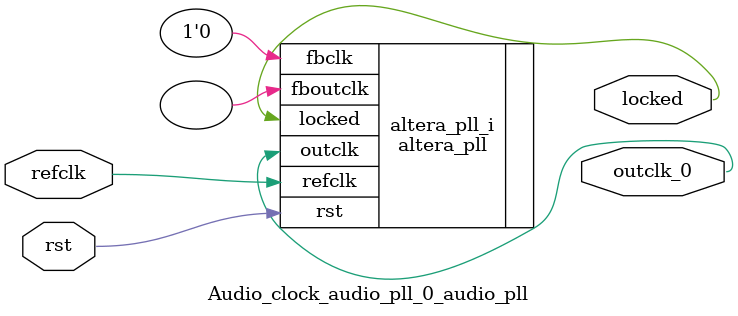
<source format=v>
`timescale 1ns/10ps
module  Audio_clock_audio_pll_0_audio_pll(

	// interface 'refclk'
	input wire refclk,

	// interface 'reset'
	input wire rst,

	// interface 'outclk0'
	output wire outclk_0,

	// interface 'locked'
	output wire locked
);

	altera_pll #(
		.fractional_vco_multiplier("false"),
		.reference_clock_frequency("50.0 MHz"),
		.operation_mode("direct"),
		.number_of_clocks(1),
		.output_clock_frequency0("12.288135 MHz"),
		.phase_shift0("0 ps"),
		.duty_cycle0(50),
		.output_clock_frequency1("0 MHz"),
		.phase_shift1("0 ps"),
		.duty_cycle1(50),
		.output_clock_frequency2("0 MHz"),
		.phase_shift2("0 ps"),
		.duty_cycle2(50),
		.output_clock_frequency3("0 MHz"),
		.phase_shift3("0 ps"),
		.duty_cycle3(50),
		.output_clock_frequency4("0 MHz"),
		.phase_shift4("0 ps"),
		.duty_cycle4(50),
		.output_clock_frequency5("0 MHz"),
		.phase_shift5("0 ps"),
		.duty_cycle5(50),
		.output_clock_frequency6("0 MHz"),
		.phase_shift6("0 ps"),
		.duty_cycle6(50),
		.output_clock_frequency7("0 MHz"),
		.phase_shift7("0 ps"),
		.duty_cycle7(50),
		.output_clock_frequency8("0 MHz"),
		.phase_shift8("0 ps"),
		.duty_cycle8(50),
		.output_clock_frequency9("0 MHz"),
		.phase_shift9("0 ps"),
		.duty_cycle9(50),
		.output_clock_frequency10("0 MHz"),
		.phase_shift10("0 ps"),
		.duty_cycle10(50),
		.output_clock_frequency11("0 MHz"),
		.phase_shift11("0 ps"),
		.duty_cycle11(50),
		.output_clock_frequency12("0 MHz"),
		.phase_shift12("0 ps"),
		.duty_cycle12(50),
		.output_clock_frequency13("0 MHz"),
		.phase_shift13("0 ps"),
		.duty_cycle13(50),
		.output_clock_frequency14("0 MHz"),
		.phase_shift14("0 ps"),
		.duty_cycle14(50),
		.output_clock_frequency15("0 MHz"),
		.phase_shift15("0 ps"),
		.duty_cycle15(50),
		.output_clock_frequency16("0 MHz"),
		.phase_shift16("0 ps"),
		.duty_cycle16(50),
		.output_clock_frequency17("0 MHz"),
		.phase_shift17("0 ps"),
		.duty_cycle17(50),
		.pll_type("General"),
		.pll_subtype("General")
	) altera_pll_i (
		.rst	(rst),
		.outclk	({outclk_0}),
		.locked	(locked),
		.fboutclk	( ),
		.fbclk	(1'b0),
		.refclk	(refclk)
	);
endmodule


</source>
